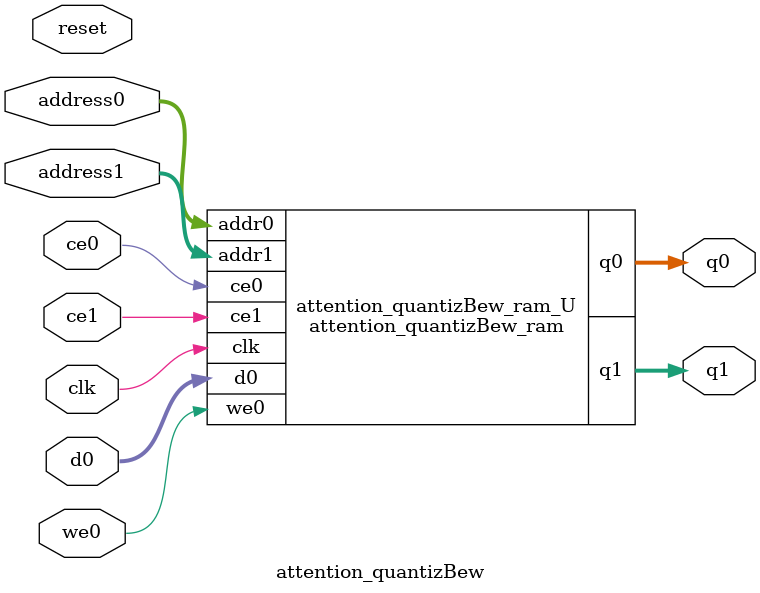
<source format=v>
`timescale 1 ns / 1 ps
module attention_quantizBew_ram (addr0, ce0, d0, we0, q0, addr1, ce1, q1,  clk);

parameter DWIDTH = 8;
parameter AWIDTH = 4;
parameter MEM_SIZE = 16;

input[AWIDTH-1:0] addr0;
input ce0;
input[DWIDTH-1:0] d0;
input we0;
output reg[DWIDTH-1:0] q0;
input[AWIDTH-1:0] addr1;
input ce1;
output reg[DWIDTH-1:0] q1;
input clk;

(* ram_style = "distributed" *)reg [DWIDTH-1:0] ram[0:MEM_SIZE-1];




always @(posedge clk)  
begin 
    if (ce0) begin
        if (we0) 
            ram[addr0] <= d0; 
        q0 <= ram[addr0];
    end
end


always @(posedge clk)  
begin 
    if (ce1) begin
        q1 <= ram[addr1];
    end
end


endmodule

`timescale 1 ns / 1 ps
module attention_quantizBew(
    reset,
    clk,
    address0,
    ce0,
    we0,
    d0,
    q0,
    address1,
    ce1,
    q1);

parameter DataWidth = 32'd8;
parameter AddressRange = 32'd16;
parameter AddressWidth = 32'd4;
input reset;
input clk;
input[AddressWidth - 1:0] address0;
input ce0;
input we0;
input[DataWidth - 1:0] d0;
output[DataWidth - 1:0] q0;
input[AddressWidth - 1:0] address1;
input ce1;
output[DataWidth - 1:0] q1;



attention_quantizBew_ram attention_quantizBew_ram_U(
    .clk( clk ),
    .addr0( address0 ),
    .ce0( ce0 ),
    .we0( we0 ),
    .d0( d0 ),
    .q0( q0 ),
    .addr1( address1 ),
    .ce1( ce1 ),
    .q1( q1 ));

endmodule


</source>
